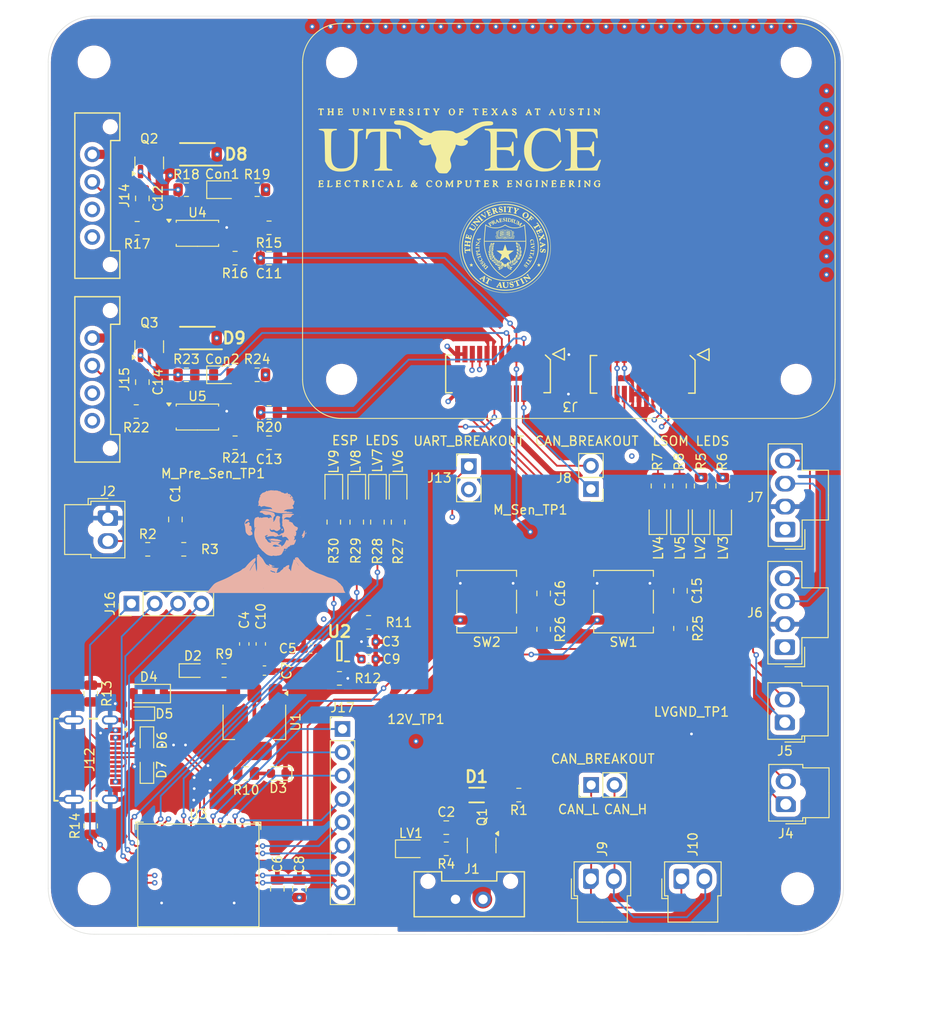
<source format=kicad_pcb>
(kicad_pcb (version 20241229) (generator "pcbnew") (generator_version "9.0")
  (layers (0 "F.Cu" signal) (4 "In1.Cu" signal) (6 "In2.Cu" signal) (2 "B.Cu" signal) (13 "F.Paste" user) (15 "B.Paste" user) (5 "F.SilkS" user "F.Silkscreen") (7 "B.SilkS" user "B.Silkscreen") (1 "F.Mask" user) (3 "B.Mask" user) (25 "Edge.Cuts" user))
  (net 0 "")
  (net 1 "/LV+")
  (net 2 "GND")
  (net 3 "/ESP/RESET")
  (net 4 "/ESP/BOOT")
  (net 5 "/ESP/3V3")
  (net 6 "/ESP/5V_USB")
  (net 7 "/ESP/3V3_USB")
  (net 8 "/3V3_LSOM")
  (net 9 "/Precharge_Ready")
  (net 10 "/ContactorDriver/M_PreCon-")
  (net 11 "Net-(Con1-A)")
  (net 12 "/ContactorDriver/MCon-")
  (net 13 "Net-(D1-A)")
  (net 14 "/ESP/VBUSB")
  (net 15 "/ESP/USB_D-")
  (net 16 "/ESP/USB_D+")
  (net 17 "/ESP/CC1")
  (net 18 "/ESP/CC2")
  (net 19 "/LED4")
  (net 20 "/VPrecharge-")
  (net 21 "/M_CAN_L")
  (net 22 "/C_CAN_H")
  (net 23 "/M_Enable")
  (net 24 "/VPrecharge+")
  (net 25 "/LED3")
  (net 26 "/ESP_RX")
  (net 27 "/MPre_Enable")
  (net 28 "/C_CAN_L")
  (net 29 "/ESP_TX")
  (net 30 "/LED1")
  (net 31 "/ISO_ADC_CLK")
  (net 32 "/LED2")
  (net 33 "/M_CAN_H")
  (net 34 "+12V")
  (net 35 "/ESP/IO4")
  (net 36 "/ESP/IO1")
  (net 37 "/ESP/IO2")
  (net 38 "/ESP/IO3")
  (net 39 "Net-(LV1-A)")
  (net 40 "Net-(LV2-A)")
  (net 41 "Net-(LV3-A)")
  (net 42 "Net-(LV4-A)")
  (net 43 "Net-(LV5-A)")
  (net 44 "Net-(LV6-A)")
  (net 45 "Net-(LV7-A)")
  (net 46 "Net-(LV8-A)")
  (net 47 "Net-(LV9-A)")
  (net 48 "/ESP/Buttons_LEDs_IO/3V3")
  (net 49 "/ESP/LED1")
  (net 50 "/ESP/LED2")
  (net 51 "/ESP/LED3")
  (net 52 "/ESP/LED4")
  (net 53 "/M_Sense")
  (net 54 "Net-(J14-Pin_2)")
  (net 55 "/MPre_Sense")
  (net 56 "Net-(J15-Pin_2)")
  (net 57 "Net-(Con2-A)")
  (net 58 "Net-(D2-A)")
  (net 59 "Net-(D3-A)")
  (net 60 "Net-(J2-Pin_2)")
  (net 66 "Net-(U2-!ON)")
  (net 67 "Net-(U2-ST)")
  (net 68 "Net-(R16-Pad2)")
  (net 69 "Net-(R17-Pad2)")
  (net 70 "Net-(R21-Pad2)")
  (net 71 "Net-(R22-Pad2)")
  (net 73 "/ESP/IO5")
  (net 77 "/ESP/IO8")
  (net 78 "/ESP/IO6")
  (net 81 "/ESP/IO7")
  (net 84 "/ESP/IO9")
  (net 85 "/ESP/IO10")
  (net 86 "/ESP/IO12")
  (net 87 "/ESP/IO11")
  (footprint "Resistor_SMD:R_0805_2012Metric" (layer "F.Cu") (at 152.6 132.5 180)
    (property "Reference" "R4")
    (property "Value" "2k")
  )
  (footprint "LED_SMD:LED_0805_2012Metric" (layer "F.Cu") (at 175.649 96.601 90)
    (property "Reference" "LV4")
    (property "Value" "LED")
  )
  (footprint "USBC:GCT_USB4215-03-A_REVA" (layer "F.Cu") (at 112 122.8 -90)
    (property "Reference" "J12")
    (property "Value" "USB_C_Receptacle_USB2.0_16P")
  )
  (footprint "utsvt_conn:Molex_MicroFit3.0_1x4xP3.00mm_PolarizingPeg_Vertical" (layer "F.Cu") (at 114.049 56.901 -90)
    (property "Reference" "J14")
    (property "Value" "Conn_01x04")
  )
  (footprint "Connector_Molex:Molex_Nano-Fit_105309-xx02_1x02_P2.50mm_Vertical" (layer "F.Cu") (at 168.35 135.77 90)
    (property "Reference" "J9")
    (property "Value" "CAR_CAN_IN")
  )
  (footprint "Active-PrechargeLib:SODFL4724X108N" (layer "F.Cu") (at 125.5 76.9 180)
    (property "Reference" "D9")
    (property "Value" "D" (hide yes))
  )
  (footprint "Resistor_SMD:R_0805_2012Metric" (layer "F.Cu") (at 124.3 60.75)
    (property "Reference" "R18")
    (property "Value" "10k")
  )
  (footprint "utsvt_conn:Molex_MicroFit3.0_1x4xP3.00mm_PolarizingPeg_Vertical" (layer "F.Cu") (at 114.049 76.901 -90)
    (property "Reference" "J15")
    (property "Value" "Conn_01x04")
  )
  (footprint "Resistor_SMD:R_0805_2012Metric" (layer "F.Cu") (at 124.3 80.9)
    (property "Reference" "R23")
    (property "Value" "10k")
  )
  (footprint "Resistor_SMD:R_0805_2012Metric" (layer "F.Cu") (at 118.9375 64.95)
    (property "Reference" "R17")
    (property "Value" "2k")
  )
  (footprint "UTSVT_Special:SW_SPST_B3SL-1002P" (layer "F.Cu") (at 171.9 105.6)
    (property "Reference" "SW1")
    (property "Value" "RESET" (hide yes))
  )
  (footprint "Resistor_SMD:R_0805_2012Metric" (layer "F.Cu") (at 133.3 85)
    (property "Reference" "R20")
    (property "Value" "10k")
  )
  (footprint "Connector_PinHeader_2.54mm:PinHeader_1x04_P2.54mm_Vertical" (layer "F.Cu") (at 118.31 105.8 90)
    (property "Reference" "J16")
    (property "Value" "Conn_01x04")
  )
  (footprint "Resistor_SMD:R_0805_2012Metric" (layer "F.Cu") (at 124.0125 99.9)
    (property "Reference" "R3")
    (property "Value" "10k")
  )
  (footprint "UTSVT_Special:SW_SPST_B3SL-1002P" (layer "F.Cu") (at 157.001 105.599)
    (property "Reference" "SW2")
    (property "Value" "BOOT" (hide yes))
  )
  (footprint "Connector_PinHeader_2.54mm:PinHeader_1x02_P2.54mm_Vertical" (layer "F.Cu") (at 155.05 90.85)
    (property "Reference" "J13")
    (property "Value" "UART_Breakout")
  )
  (footprint "Connector_Molex:Molex_Nano-Fit_105309-xx02_1x02_P2.50mm_Vertical" (layer "F.Cu") (at 115.75 96.5)
    (property "Reference" "J2")
    (property "Value" "Precharge_Ready")
  )
  (footprint "utsvt_conn:Molex_MicroFit3.0_1x2xP3.00mm_PolarizingPeg_Vertical" (layer "F.Cu") (at 153.6 138)
    (property "Reference" "J1")
    (property "Value" "Conn_01x02")
  )
  (footprint "LOGO" (layer "F.Cu") (at 154 56)
    (property "Reference" "G***" (hide yes))
    (property "Value" "LOGO" (hide yes))
  )
  (footprint "Capacitor_SMD:C_0805_2012Metric" (layer "F.Cu") (at 178.1 104.4125 90)
    (property "Reference" "C15")
    (property "Value" "0.1u")
  )
  (footprint "Package_SO:SOP-4_4.4x2.6mm_P1.27mm" (layer "F.Cu") (at 125.5 65.5)
    (property "Reference" "U4")
    (property "Value" "TCMT1106")
  )
  (footprint "Package_SO:SOP-4_4.4x2.6mm_P1.27mm" (layer "F.Cu") (at 125.5 85.5)
    (property "Reference" "U5")
    (property "Value" "TCMT1106")
  )
  (footprint "MountingHole:MountingHole_3.2mm_M3" (layer "F.Cu") (at 114.249 46.851)
    (property "Reference" "H1" (hide yes))
    (property "Value" "MountingHole" (hide yes))
  )
  (footprint "Resistor_SMD:R_0805_2012Metric" (layer "F.Cu") (at 132 80.9)
    (property "Reference" "R24")
    (property "Value" "2k")
  )
  (footprint "Connector_PinHeader_2.54mm:PinHeader_1x08_P2.54mm_Vertical" (layer "F.Cu") (at 141.3 119.46)
    (property "Reference" "J17")
    (property "Value" "Conn_01x08")
  )
  (footprint "Diode_SMD:D_0603_1608Metric" (layer "F.Cu") (at 120 123.8875 90)
    (property "Reference" "D7")
    (property "Value" "TVS")
  )
  (footprint "Package_TO_SOT_SMD:SOT-23-3" (layer "F.Cu") (at 156.45 132.1375 -90)
    (property "Reference" "Q1")
    (property "Value" "Q_PMOS_GDS")
  )
  (footprint "Package_TO_SOT_SMD:SOT-223-3_TabPin2" (layer "F.Cu") (at 131.7 118.7 -90)
    (property "Reference" "U1")
    (property "Value" "TLV1117LV33DCYR")
  )
  (footprint "Resistor_SMD:R_0805_2012Metric" (layer "F.Cu") (at 140.35 96.9375 90)
    (property "Reference" "R30")
    (property "Value" "1k")
  )
  (footprint "LED_SMD:LED_0805_2012Metric" (layer "F.Cu") (at 180.35 96.601 90)
    (property "Reference" "LV2")
    (property "Value" "LED")
  )
  (footprint "Connector_Molex:Molex_Nano-Fit_105309-xx02_1x02_P2.50mm_Vertical" (layer "F.Cu") (at 189.57 127.65 180)
    (property "Reference" "J4")
    (property "Value" "Precharge+_Conn")
  )
  (footprint "Active-PrechargeLib:BZT52B12QX" (layer "F.Cu") (at 155.9 126.65)
    (property "Reference" "D1")
    (property "Value" "BZT52-B12-QX" (hide yes))
  )
  (footprint "LOGO" (layer "F.Cu") (at 159 67)
    (property "Reference" "G***" (hide yes))
    (property "Value" "LOGO" (hide yes))
  )
  (footprint "UTSVT_Special:TestPoint_HEX_3mmID" (layer "F.Cu") (at 127.2 94.2)
    (property "Reference" "M_Pre_Sen_TP1")
    (property "Value" "TestPoint")
  )
  (footprint "UTSVT_Special:TestPoint_HEX_3mmID" (layer "F.Cu") (at 179.3 120)
    (property "Reference" "LVGND_TP1")
    (property "Value" "TestPoint")
  )
  (footprint "LED_SMD:LED_0805_2012Metric" (layer "F.Cu") (at 178 96.601 90)
    (property "Reference" "LV5")
    (property "Value" "LED")
  )
  (footprint "UTSVT_Special:TestPoint_HEX_3mmID" (layer "F.Cu") (at 149.3 120.8)
    (property "Reference" "12V_TP1")
    (property "Value" "TestPoint")
  )
  (footprint "Resistor_SMD:R_0805_2012Metric" (layer "F.Cu") (at 130.8 124.3)
    (property "Reference" "R10")
    (property "Value" "1k")
  )
  (footprint "UTSVT_Special:TestPoint_HEX_3mmID" (layer "F.Cu") (at 161.75 98)
    (property "Reference" "M_Sen_TP1")
    (property "Value" "TestPoint")
  )
  (footprint "Capacitor_SMD:C_0603_1608Metric" (layer "F.Cu") (at 144.1375 109.95)
    (property "Reference" "C3")
    (property "Value" "1u")
  )
  (footprint "Connector_PinHeader_2.54mm:PinHeader_1x02_P2.54mm_Vertical" (layer "F.Cu") (at 168.35 93.34 180)
    (property "Reference" "J8")
    (property "Value" "MOTOR_CAN_Breakout" (hide yes))
  )
  (footprint "Connector_Molex:Molex_Nano-Fit_105309-xx04_1x04_P2.50mm_Vertical" (layer "F.Cu") (at 189.5 97.75 180)
    (property "Reference" "J7")
    (property "Value" "MOTOR_CAN_OUT")
  )
  (footprint "Resistor_SMD:R_0805_2012Metric" (layer "F.Cu") (at 128.4 113.1 180)
    (property "Reference" "R9")
    (property "Value" "1k")
  )
  (footprint "Capacitor_SMD:C_0805_2012Metric" (layer "F.Cu") (at 119.5 81.7 -90)
    (property "Reference" "C14")
    (property "Value" "0.1u")
  )
  (footprint "Resistor_SMD:R_0805_2012Metric" (layer "F.Cu") (at 175.65 93 -90)
    (property "Reference" "R7")
    (property "Value" "1k")
  )
  (footprint "Capacitor_SMD:C_0805_2012Metric" (layer "F.Cu") (at 152.6 130.2 180)
    (property "Reference" "C2")
    (property "Value" "10u")
  )
  (footprint "Capacitor_SMD:C_0805_2012Metric" (layer "F.Cu") (at 133.3 68.2 180)
    (property "Reference" "C11")
    (property "Value" "1u")
  )
  (footprint "Connector_PinHeader_2.54mm:PinHeader_1x02_P2.54mm_Vertical" (layer "F.Cu") (at 168.375 125.55 90)
    (property "Reference" "J11" (hide yes))
    (property "Value" "CAR_CAN_Breakout")
  )
  (footprint "Resistor_SMD:R_0805_2012Metric" (layer "F.Cu") (at 163.201 108.599 90)
    (property "Reference" "R26")
    (property "Value" "10k")
  )
  (footprint "Resistor_SMD:R_0805_2012Metric" (layer "F.Cu") (at 113.875 115.6 90)
    (property "Reference" "R13")
    (property "Value" "5.1k")
  )
  (footprint "Active-PrechargeLib:SODFL4724X108N" (layer "F.Cu") (at 125.5 56.9 180)
    (property "Reference" "D8")
    (property "Value" "D" (hide yes))
  )
  (footprint "Capacitor_SMD:C_0805_2012Metric" (layer "F.Cu") (at 163.201 104.699 90)
    (property "Reference" "C16")
    (property "Value" "0.1u")
  )
  (footprint "LED_SMD:LED_0805_2012Metric" (layer "F.Cu") (at 142.85 93.4375 -90)
    (property "Reference" "LV8")
    (property "Value" "LED")
  )
  (footprint "Resistor_SMD:R_0805_2012Metric" (layer "F.Cu") (at 180.35 93 -90)
    (property "Reference" "R5")
    (property "Value" "1k")
  )
  (footprint "Resistor_SMD:R_0805_2012Metric" (layer "F.Cu") (at 133.3 64.9)
    (property "Reference" "R15")
    (property "Value" "10k")
  )
  (footprint "Capacitor_SMD:C_0603_1608Metric" (layer "F.Cu") (at 144.1375 111.85)
    (property "Reference" "C9")
    (property "Value" "0.1u")
  )
  (footprint "Capacitor_SMD:C_0805_2012Metric" (layer "F.Cu") (at 133.3 88.3 180)
    (property "Reference" "C13")
    (property "Value" "1u")
  )
  (footprint "Resistor_SMD:R_0805_2012Metric" (layer "F.Cu") (at 113.875 130.0125 -90)
    (property "Reference" "R14")
    (property "Value" "5.1k")
  )
  (footprint "LED_SMD:LED_0805_2012Metric" (layer "F.Cu") (at 147.35 93.4375 -90)
    (property "Reference" "LV6")
    (property "Value" "LED")
  )
  (footprint "LED_SMD:LED_0805_2012Metric" (layer "F.Cu") (at 145.1 93.4375 -90)
    (property "Reference" "LV7")
    (property "Value" "LED")
  )
  (footprint "Resistor_SMD:R_0805_2012Metric" (layer "F.Cu") (at 132 60.75)
    (property "Reference" "R19")
    (property "Value" "2k")
  )
  (footprint "Resistor_SMD:R_0805_2012Metric" (layer "F.Cu") (at 178.1 108.5125 90)
    (property "Reference" "R25")
    (property "Value" "10k")
  )
  (footprint "LED_SMD:LED_0603_1608Metric" (layer "F.Cu") (at 134.3 124.3 180)
    (property "Reference" "D3")
    (property "Value" "PWR")
  )
  (footprint "LED_SMD:LED_0805_2012Metric" (layer "F.Cu") (at 182.7 96.626 90)
    (property "Reference" "LV3")
    (property "Value" "LED")
  )
  (footprint "Diode_SMD:D_0603_1608Metric" (layer "F.Cu") (at 119.35 117.8 180)
    (property "Reference" "D5")
    (property "Value" "TVS")
  )
  (footprint "Resistor_SMD:R_0805_2012Metric" (layer "F.Cu") (at 120.0875 99.9)
    (property "Reference" "R2")
    (property "Value" "100")
  )
  (footprint "Capacitor_SMD:C_0805_2012Metric" (layer "F.Cu") (at 136.6 136.85 90)
    (property "Reference" "C8")
    (property "Value" "10u")
  )
  (footprint "Resistor_SMD:R_0805_2012Metric" (layer "F.Cu") (at 142.85 96.9375 90)
    (property "Reference" "R29")
    (property "Value" "1k")
  )
  (footprint "Connector_Molex:Molex_Nano-Fit_105309-xx04_1x04_P2.50mm_Vertical" (layer "F.Cu") (at 189.47 110.55 180)
    (property "Reference" "J6")
    (property "Value" "MOTOR_CAN_IN")
  )
  (footprint "Package_TO_SOT_SMD:SOT-23" (layer "F.Cu") (at 120.25 57.8375 90)
    (property "Reference" "Q2")
    (property "Value" "IRLML0030")
  )
  (footprint "LED_SMD:LED_0603_1608Metric" (layer "F.Cu") (at 125 113.1)
    (property "Reference" "D2")
    (property "Value" "PWR")
  )
  (footprint "Resistor_SMD:R_0805_2012Metric" (layer "F.Cu") (at 160.5 126.65 180)
    (property "Reference" "R1")
    (property "Value" "49.9k")
  )
  (footprint "Resistor_SMD:R_0805_2012Metric" (layer "F.Cu") (at 182.7 93 -90)
    (property "Reference" "R6")
    (property "Value" "1k")
  )
  (footprint "Connector_Molex:Molex_Nano-Fit_105309-xx02_1x02_P2.50mm_Vertical" (layer "F.Cu") (at 178.2 135.77 90)
    (property "Reference" "J10")
    (property "Value" "CAR_CAN_OUT")
  )
  (footprint "Capacitor_SMD:C_0603_1608Metric" (layer "F.Cu") (at 132.8 113.1)
    (property "Reference" "C7")
    (property "Value" "1u")
  )
  (footprint "Resistor_SMD:R_0805_2012Metric" (layer "F.Cu") (at 178 93 -90)
    (property "Reference" "R8")
    (property "Value" "1k")
  )
  (footprint "Diode_SMD:D_SOD-123" (layer "F.Cu") (at 120.2 115.6 180)
    (property "Reference" "D4")
    (property "Value" "1N5819HW-7-F" (hide yes))
  )
  (footprint "Capacitor_SMD:C_0603_1608Metric" (layer "F.Cu") (at 130.6 110.2 90)
    (property "Reference" "C4")
    (property "Value" "1u")
  )
  (footprint "LM66200:SOTFL50P160X60-8N" (layer "F.Cu") (at 140.962 110.95 180)
    (property "Reference" "U2")
    (property "Value" "~" (hide yes))
  )
  (footprint "LED_SMD:LED_0805_2012Metric" (layer "F.Cu") (at 140.35 93.4375 -90)
    (property "Reference" "LV9")
    (property "Value" "LED")
  )
  (footprint "Connector_Molex:Molex_Nano-Fit_105309-xx02_1x02_P2.50mm_Vertical" (layer "F.Cu") (at 189.47 118.749977 180)
    (property "Reference" "J5")
    (property "Value" "Precharge-_Conn")
  )
  (footprint "Resistor_SMD:R_0805_2012Metric" (layer "F.Cu") (at 118.8375 84.9)
    (property "Reference" "R22")
    (property "Value" "2k")
  )
  (footprint "Resistor_SMD:R_0805_2012Metric" (layer "F.Cu") (at 145.1 96.9375 90)
    (property "Reference" "R28")
    (property "Value" "1k")
  )
  (footprint "Capacitor_SMD:C_0805_2012Metric" (layer "F.Cu") (at 119.5 61.7 -90)
    (property "Reference" "C12")
    (property "Value" "0.1u")
  )
  (footprint "Package_TO_SOT_SMD:SOT-23" (layer "F.Cu") (at 120.25 77.8375 90)
    (property "Reference" "Q3")
    (property "Value" "IRLML0030")
  )
  (footprint "Capacitor_SMD:C_0805_2012Metric" (layer "F.Cu") (at 123.1 96.65 90)
    (property "Reference" "C1")
    (property "Value" "1u")
  )
  (footprint "ESP32-C6-MINI-1:ESP32-C6-MINI-1" (layer "F.Cu") (at 125.6 138.1 180)
    (property "Reference" "U3")
    (property "Value" "ESP32-C6-MINI-1/U")
  )
  (footprint "Capacitor_SMD:C_0603_1608Metric" (layer "F.Cu") (at 132.4 110.2 90)
    (property "Reference" "C10")
    (property "Value" "10u")
  )
  (footprint "LED_SMD:LED_0805_2012Metric" (layer "F.Cu") (at 128.2 60.75)
    (property "Reference" "Con1")
    (property "Value" "LED")
  )
  (footprint "Resistor_SMD:R_0805_2012Metric" (layer "F.Cu") (at 147.35 96.9375 90)
    (property "Reference" "R27")
    (property "Value" "1k")
  )
  (footprint "Resistor_SMD:R_0805_2012Metric" (layer "F.Cu") (at 129.6 88.3 180)
    (property "Reference" "R21")
    (property "Value" "100")
  )
  (footprint "LED_SMD:LED_0805_2012Metric" (layer "F.Cu") (at 128.2 80.9)
    (property "Reference" "Con2")
    (property "Value" "LED")
  )
  (footprint "Resistor_SMD:R_0805_2012Metric" (layer "F.Cu") (at 129.6 68.2 180)
    (property "Reference" "R16")
    (property "Value" "100")
  )
  (footprint "Diode_SMD:D_0603_1608Metric" (layer "F.Cu") (at 120 120.7125 -90)
    (property "Reference" "D6")
    (property "Value" "TVS")
  )
  (footprint "UTSVT_Special:LeaderSOM" (layer "F.Cu") (at 166.109079 86.850999 180)
    (property "Reference" "J3")
    (property "Value" "~")
  )
  (footprint "LED_SMD:LED_0805_2012Metric" (layer "F.Cu") (at 148.75 132.5)
    (property "Reference" "LV1")
    (property "Value" "LED")
  )
  (footprint "Resistor_SMD:R_0805_2012Metric" (layer "F.Cu") (at 144.1375 107.85)
    (property "Reference" "R11")
    (property "Value" "10k")
  )
  (footprint "Capacitor_SMD:C_0603_1608Metric" (layer "F.Cu") (at 137.8375 110.7 180)
    (property "Reference" "C5")
    (property "Value" "1u")
  )
  (footprint "MountingHole:MountingHole_3.2mm_M3" (layer "F.Cu") (at 114.249 136.851)
    (property "Reference" "H3" (hide yes))
    (property "Value" "MountingHole" (hide yes))
  )
  (footprint "Capacitor_SMD:C_0805_2012Metric" (layer "F.Cu") (at 134.2 136.85 90)
    (property "Reference" "C6")
    (property "Value" "0.1u")
  )
  (footprint "Resistor_SMD:R_0805_2012Metric" (layer "F.Cu") (at 140.9625 113.95 180)
    (property "Reference" "R12")
    (property "Value" "1k")
  )
  (footprint "MountingHole:MountingHole_3.2mm_M3" (layer "F.Cu") (at 190.849 136.851)
    (property "Reference" "H2" (hide yes))
    (property "Value" "MountingHole" (hide yes))
  )
  (footprint "LOGO" (layer "B.Cu") (at 134.100001 98.045084 180)
    (property "Reference" "G***" (hide yes))
    (property "Value" "LOGO" (hide yes))
  )
  (gr_line (start 109.25 136.8) (end 109.249 46.851) (stroke (width 0.05)) (layer "Edge.Cuts"))
  (gr_line (start 190.85 141.85) (end 114.25 141.8) (stroke (width 0.05)) (layer "Edge.Cuts"))
  (gr_arc (start 114.25 141.8) (mid 110.714466 140.335534) (end 109.25 136.8) (stroke (width 0.05)) (layer "Edge.Cuts"))
  (gr_arc (start 109.249 46.851) (mid 110.713466 43.315466) (end 114.249 41.851) (stroke (width 0.05)) (layer "Edge.Cuts"))
  (gr_arc (start 190.849 41.851) (mid 194.384534 43.315466) (end 195.849 46.851) (stroke (width 0.05)) (layer "Edge.Cuts"))
  (gr_line (start 114.249 41.851) (end 190.849 41.851) (stroke (width 0.05)) (layer "Edge.Cuts"))
  (gr_line (start 195.849 46.851) (end 195.85 136.85) (stroke (width 0.05)) (layer "Edge.Cuts"))
  (gr_arc (start 195.85 136.85) (mid 194.385534 140.385534) (end 190.85 141.85) (stroke (width 0.05)) (layer "Edge.Cuts"))
  (gr_text "CAN_BREAKOUT" (at 163.9 123.3 0) (layer "F.SilkS") (effects (font (size 1 1)) (justify left bottom)))
  (gr_text "LSOM LEDS" (at 174.95 88.701 0) (layer "F.SilkS") (effects (font (size 1 1)) (justify left bottom)))
  (gr_text "ESP LEDS" (at 140.05 88.6375 0) (layer "F.SilkS") (effects (font (size 1 1)) (justify left bottom)))
  (gr_text "CAN_BREAKOUT" (at 162.15 88.7 0) (layer "F.SilkS") (effects (font (size 1 1)) (justify left bottom)))
  (gr_text "CAN_H" (at 169.665 128.8 0) (layer "F.SilkS") (effects (font (size 1 1)) (justify left bottom)))
  (gr_text "UART_BREAKOUT" (at 148.925 88.7 0) (layer "F.SilkS") (effects (font (size 1 1)) (justify left bottom)))
  (gr_text "CAN_L" (at 164.665 128.8 0) (layer "F.SilkS") (effects (font (size 1 1)) (justify left bottom)))
  (segment (start 152.7 77.8) (end 153.550998 78.650998) (width 0.4) (layer "F.Cu") (net 1))
  (segment (start 154.635092 82.951) (end 153.835091 82.951) (width 0.4) (layer "F.Cu") (net 1))
  (segment (start 154.265 126.65) (end 154.265 129.485) (width 1) (layer "F.Cu") (net 1))
  (segment (start 152.8 83.8) (end 153.649 82.951) (width 0.4) (layer "F.Cu") (net 1))
  (segment (start 154.635092 78.650998) (end 153.835091 78.650998) (width 0.4) (layer "F.Cu") (net 1))
  (segment (start 155.0125 131) (end 155.5 131) (width 0.2) (layer "F.Cu") (net 1))
  (segment (start 154.265 129.485) (end 153.55 130.2) (width 1) (layer "F.Cu") (net 1))
  (segment (start 154.7 130.2) (end 153.55 130.2) (width 2) (layer "F.Cu") (net 1))
  (segment (start 154.265 125.765) (end 154.265 126.65) (width 0.2) (layer "F.Cu") (net 1))
  (segment (start 153.5125 132.5) (end 155.0125 131) (width 0.2) (layer "F.Cu") (net 1))
  (segment (start 153.649 82.951) (end 153.835091 82.951) (width 0.4) (layer "F.Cu") (net 1))
  (segment (start 153.550998 78.650998) (end 153.835091 78.650998) (width 0.4) (layer "F.Cu") (net 1))
  (segment (start 149.3 120.8) (end 154.265 125.765) (width 0.2) (layer "F.Cu") (net 1))
  (segment (start 155.5 131) (end 154.7 130.2) (width 2) (layer "F.Cu") (net 1))
  (via (at 127.6 76.9) (size 0.6) (drill 0.3) (layers "F.Cu" "B.Cu") (net 1))
  (via (at 152.7 77.8) (size 0.6) (drill 0.3) (layers "F.Cu" "B.Cu") (net 1))
  (via (at 132.9875 60.75) (size 0.6) (drill 0.3) (layers "F.Cu" "B.Cu") (net 1))
  (via (at 149.3 120.8) (size 0.6) (drill 0.3) (layers "F.Cu" "B.Cu") (net 1))
  (via (at 127.65 56.9) (size 0.6) (drill 0.3) (layers "F.Cu" "B.Cu") (net 1))
  (via (at 152.8 83.8) (size 0.6) (drill 0.3) (layers "F.Cu" "B.Cu") (net 1))
  (via (at 132.9125 80.9) (size 0.6) (drill 0.3) (layers "F.Cu" "B.Cu") (net 1))
  (segment (start 141.8 111.7) (end 141.25 111.7) (width 0.2) (layer "F.Cu") (net 2))
  (segment (start 141.8 111.7) (end 141.8 112.1) (width 0.2) (layer "F.Cu") (net 2))
  (segment (start 128.8 132.2) (end 127.575 133.425) (width 0.2) (layer "F.Cu") (net 2))
  (segment (start 141.25 111.7) (end 141 111.95) (width 0.2) (layer "F.Cu") (net 2))
  (segment (start 128.8 130.5) (end 128.8 132.2) (width 0.2) (layer "F.Cu") (net 2))
  (segment (start 140.124 110.2) (end 140.124 109.724) (width 0.2) (layer "F.Cu") (net 2))
  (segment (start 131.55 131.35) (end 131.5 131.4) (width 0.2) (layer "F.Cu") (net 2))
  (segment (start 131.55 130.45) (end 131.55 131.35) (width 0.2) (layer "F.Cu") (net 2))
  (via (at 121.65 121.2) (size 0.6) (drill 0.3) (layers "F.Cu" "B.Cu") (net 2))
  (via (at 126.9 125) (size 0.6) (drill 0.3) (layers "F.Cu" "B.Cu") (net 2))
  (via (at 194 66) (size 0.6) (drill 0.3) (layers "F.Cu" "B.Cu") (net 2))
  (via (at 150 43) (size 0.6) (drill 0.3) (layers "F.Cu" "B.Cu") (net 2))
  (via (at 194 60) (size 0.6) (drill 0.3) (layers "F.Cu" "B.Cu") (net 2))
  (via (at 176 43) (size 0.6) (drill 0.3) (layers "F.Cu" "B.Cu") (net 2))
  (via (at 194 62) (size 0.6) (drill 0.3) (layers "F.Cu" "B.Cu") (net 2))
  (via (at 168 43) (size 0.6) (drill 0.3) (layers "F.Cu" "B.Cu") (net 2))
  (via (at 164 43) (size 0.6) (drill 0.3) (layers "F.Cu" "B.Cu") (net 2))
  (via (at 182 43) (size 0.6) (drill 0.3) (layers "F.Cu" "B.Cu") (net 2))
  (via (at 170 43) (size 0.6) (drill 0.3) (layers "F.Cu" "B.Cu") (net 2))
  (via (at 194 56) (size 0.6) (drill 0.3) (layers "F.Cu" "B.Cu") (net 2))
  (via (at 152 43) (size 0.6) (drill 0.3) (layers "F.Cu" "B.Cu") (net 2))
  (via (at 194 58) (size 0.6) (drill 0.3) (layers "F.Cu" "B.Cu") (net 2))
  (via (at 144.9125 109.95) (size 0.6) (drill 0.3) (layers "F.Cu" "B.Cu") (net 2))
  (via (at 169.025 103.6) (size 0.6) (drill 0.3) (layers "F.Cu" "B.Cu") (net 2))
  (via (at 124.2 121.2) (size 0.6) (drill 0.3) (layers "F.Cu" "B.Cu") (net 2))
  (via (at 166 43) (size 0.6) (drill 0.3) (layers "F.Cu" "B.Cu") (net 2))
  (via (at 144 43) (size 0.6) (drill 0.3) (layers "F.Cu" "B.Cu") (net 2))
  (via (at 116.55 116.7) (size 0.6) (drill 0.3) (layers "F.Cu" "B.Cu") (net 2))
  (via (at 178 43) (size 0.6) (drill 0.3) (layers "F.Cu" "B.Cu") (net 2))
  (via (at 125.1 127.2) (size 0.6) (drill 0.3) (layers "F.Cu" "B.Cu") (net 2))
  (via (at 194 54) (size 0.6) (drill 0.3) (layers "F.Cu" "B.Cu") (net 2))
  (via (at 126.65 123.45) (size 0.6) (drill 0.3) (layers "F.Cu" "B.Cu") (net 2))
  (via (at 144.9125 111.85) (size 0.6) (drill 0.3) (layers "F.Cu" "B.Cu") (net 2))
  (via (at 126.85 126.2) (size 0.6) (drill 0.3) (layers "F.Cu" "B.Cu") (net 2))
  (via (at 156 43) (size 0.6) (drill 0.3) (layers "F.Cu" "B.Cu") (net 2))
  (via (at 184 43) (size 0.6) (drill 0.3) (layers "F.Cu" "B.Cu") (net 2))
  (via (at 118.65 123.55) (size 0.6) (drill 0.3) (layers "F.Cu" "B.Cu") (net 2))
  (via (at 116.575 119.6) (size 0.6) (drill 0.3) (layers "F.Cu" "B.Cu") (net 2))
  (via (at 138 43) (size 0.6) (drill 0.3) (layers "F.Cu" "B.Cu") (net 2))
  (via (at 174 43) (size 0.6) (drill 0.3) (layers "F.Cu" "B.Cu") (net 2))
  (via (at 162 43) (size 0.6) (drill 0.3) (layers "F.Cu" "B.Cu") (net 2))
  (via (at 121.65 123.4) (size 0.6) (drill 0.3) (layers "F.Cu" "B.Cu") (net 2))
  (via (at 114.95 119.9) (size 0.6) (drill 0.3) (layers "F.Cu" "B.Cu") (net 2))
  (via (at 154 43) (size 0.6) (drill 0.3) (layers "F.Cu" "B.Cu") (net 2))
  (via (at 129.5 138.4) (size 0.5) (drill 0.3) (layers "F.Cu" "B.Cu") (net 2))
  (via (at 188 43) (size 0.6) (drill 0.3) (layers "F.Cu" "B.Cu") (net 2))
  (via (at 158 43) (size 0.6) (drill 0.3) (layers "F.Cu" "B.Cu") (net 2))
  (via (at 146 43) (size 0.6) (drill 0.3) (layers "F.Cu" "B.Cu") (net 2))
  (via (at 142 43) (size 0.6) (drill 0.3) (layers "F.Cu" "B.Cu") (net 2))
  (via (at 122.55 59.2) (size 0.6) (drill 0.3) (layers "F.Cu" "B.Cu") (net 2))
  (via (at 180 43) (size 0.6) (drill 0.3) (layers "F.Cu" "B.Cu") (net 2))
  (via (at 194 70) (size 0.6) (drill 0.3) (layers "F.Cu" "B.Cu") (net 2))
  (via (at 194 50) (size 0.6) (drill 0.3) (layers "F.Cu" "B.Cu") (net 2))
  (via (at 186 43) (size 0.6) (drill 0.3) (layers "F.Cu" "B.Cu") (net 2))
  (via (at 140 43) (size 0.6) (drill 0.3) (layers "F.Cu" "B.Cu") (net 2))
  (via (at 125.15 124.75) (size 0.6) (drill 0.3) (layers "F.Cu" "B.Cu") (net 2))
  (via (at 194 52) (size 0.6) (drill 0.3) (layers "F.Cu" "B.Cu") (net 2))
  (via (at 121.6 138.4) (size 0.5) (drill 0.3) (layers "F.Cu" "B.Cu") (net 2))
  (via (at 122.9 121.2) (size 0.6) (drill 0.3) (layers "F.Cu" "B.Cu") (net 2))
  (via (at 174.775 103.6) (size 0.6) (drill 0.3) (layers "F.Cu" "B.Cu") (net 2))
  (via (at 125.15 125.95) (size 0.6) (drill 0.3) (layers "F.Cu" "B.Cu") (net 2))
  (via (at 154.126 103.599) (size 0.6) (drill 0.3) (layers "F.Cu" "B.Cu") (net 2))
  (via (at 172 43) (size 0.6) (drill 0.3) (layers "F.Cu" "B.Cu") (net 2))
  (via (at 194 68) (size 0.6) (drill 0.3) (layers "F.Cu" "B.Cu") (net 2))
  (via (at 194 64) (size 0.6) (drill 0.3) (layers "F.Cu" "B.Cu") (net 2))
  (via (at 160 43) (size 0.6) (drill 0.3) (layers "F.Cu" "B.Cu") (net 2))
  (via (at 190 43) (size 0.6) (drill 0.3) (layers "F.Cu" "B.Cu") (net 2))
  (via (at 159.876 103.599) (size 0.6) (drill 0.3) (layers "F.Cu" "B.Cu") (net 2))
  (via (at 118.65 121.05) (size 0.6) (drill 0.3) (layers "F.Cu" "B.Cu") (net 2))
  (via (at 148 43) (size 0.6) (drill 0.3) (layers "F.Cu" "B.Cu") (net 2))
  (via (at 179.3 120) (size 0.6) (drill 0.3) (layers "F.Cu" "B.Cu") (net 2))
  (segment (start 140.4 116.25) (end 147.55 116.25) (width 0.2) (layer "F.Cu") (net 3))
  (segment (start 152.45 111.35) (end 161.85 111.35) (width 0.2) (layer "F.Cu") (net 3))
  (segment (start 135.05 133.4) (end 137.5 130.95) (width 0.2) (layer "F.Cu") (net 3))
  (segment (start 147.55 116.25) (end 152.45 111.35) (width 0.2) (layer "F.Cu") (net 3))
  (segment (start 137.5 119.15) (end 140.4 116.25) (width 0.2) (layer "F.Cu") (net 3))
  (segment (start 178.1 107.6) (end 178.1 105.3625) (width 0.2) (layer "F.Cu") (net 3))
  (segment (start 137.5 130.95) (end 137.5 119.15) (width 0.2) (layer "F.Cu") (net 3))
  (segment (start 131.5 133.8) (end 132.6 133.8) (width 0.2) (layer "F.Cu") (net 3))
  (segment (start 135.05 133.45) (end 135.05 133.4) (width 0.2) (layer "F.Cu") (net 3))
  (segment (start 132.6 133.8) (end 134.7 133.8) (width 0.2) (layer "F.Cu") (net 3))
  (segment (start 169.025 107.6) (end 174.775 107.6) (width 0.2) (layer "F.Cu") (net 3))
  (segment (start 174.775 107.6) (end 178.1 107.6) (width 0.2) (layer "F.Cu") (net 3))
  (segment (start 134.7 133.8) (end 135.05 133.45) (width 0.2) (layer "F.Cu") (net 3))
  (via (at 169.025 107.6) (size 0.6) (drill 0.3) (layers "F.Cu" "B.Cu") (net 3))
  (via (at 161.85 111.35) (size 0.6) (drill 0.3) (layers "F.Cu" "B.Cu") (net 3))
  (segment (start 161.85 111.35) (end 165.275 111.35) (width 0.2) (layer "B.Cu") (net 3))
  (segment (start 165.275 111.35) (end 169.025 107.6) (width 0.2) (layer "B.Cu") (net 3))
  (segment (start 159.876 107.599) (end 163.1135 107.599) (width 0.2) (layer "F.Cu") (net 4))
  (segment (start 121.6 130) (end 122.35 129.25) (width 0.2) (layer "F.Cu") (net 4))
  (segment (start 154.126 107.599) (end 159.876 107.599) (width 0.2) (layer "F.Cu") (net 4))
  (segment (start 163.1135 107.599) (end 163.201 107.6865) (width 0.2) (layer "F.Cu") (net 4))
  (segment (start 121.6 130.5) (end 121.6 130) (width 0.2) (layer "F.Cu") (net 4))
  (segment (start 163.201 107.6865) (end 163.201 105.649) (width 0.2) (layer "F.Cu") (net 4))
  (via (at 139.25 107.5) (size 0.6) (drill 0.3) (layers "F.Cu" "B.Cu") (net 4))
  (via (at 122.35 129.25) (size 0.6) (drill 0.3) (layers "F.Cu" "B.Cu") (net 4))
  (via (at 154.126 107.599) (size 0.6) (drill 0.3) (layers "F.Cu" "B.Cu") (net 4))
  (segment (start 141.8 111.2) (end 142.7125 111.2) (width 0.4) (layer "F.Cu") (net 5))
  (segment (start 142.7125 111.2) (end 143.3625 111.85) (width 0.4) (layer "F.Cu") (net 5))
  (segment (start 134.2 137.8) (end 136.6 137.8) (width 0.4) (layer "F.Cu") (net 5))
  (segment (start 140.124 111.2) (end 141.8 111.2) (width 0.2) (layer "F.Cu") (net 5))
  (segment (start 131.5 137.8) (end 134.2 137.8) (width 0.4) (layer "F.Cu") (net 5))
  (via (at 143.3625 111.85) (size 0.6) (drill 0.3) (layers "F.Cu" "B.Cu") (net 5))
  (via (at 136.6 137.8) (size 0.6) (drill 0.3) (layers "F.Cu" "B.Cu") (net 5))
  (segment (start 129.3125 115.4625) (end 129.4 115.55) (width 0.4) (layer "F.Cu") (net 6))
  (segment (start 129.3 112.275) (end 129.3 113.0875) (width 0.4) (layer "F.Cu") (net 6))
  (segment (start 129.3 113.0875) (end 129.3125 113.1) (width 0.4) (layer "F.Cu") (net 6))
  (segment (start 121.65 115.6) (end 121.7 115.55) (width 0.2) (layer "F.Cu") (net 6))
  (segment (start 121.7 115.6) (end 121.85 115.6) (width 0.4) (layer "F.Cu") (net 6))
  (segment (start 121.85 115.6) (end 121.9 115.55) (width 0.4) (layer "F.Cu") (net 6))
  (segment (start 121.9 115.55) (end 129.4 115.55) (width 0.4) (layer "F.Cu") (net 6))
  (segment (start 130.6 110.975) (end 129.3 112.275) (width 0.4) (layer "F.Cu") (net 6))
  (segment (start 129.3125 113.1) (end 129.3125 115.4625) (width 0.4) (layer "F.Cu") (net 6))
  (segment (start 132.4 110.975) (end 130.6 110.975) (width 0.4) (layer "F.Cu") (net 6))
  (segment (start 132.025 115.225) (end 131.7 115.55) (width 0.4) (layer "F.Cu") (net 7))
  (segment (start 129.8875 123.6625) (end 131.7 121.85) (width 0.4) (layer "F.Cu") (net 7))
  (segment (start 140.124 110.7) (end 138.6125 110.7) (width 0.4) (layer "F.Cu") (net 7))
  (segment (start 132.025 113.1) (end 132.025 115.225) (width 0.4) (layer "F.Cu") (net 7))
  (segment (start 137.3125 112) (end 133.125 112) (width 0.4) (layer "F.Cu") (net 7))
  (segment (start 129.8875 124.3) (end 129.8875 123.6625) (width 0.4) (layer "F.Cu") (net 7))
  (segment (start 131.7 121.85) (end 131.7 115.55) (width 0.4) (layer "F.Cu") (net 7))
  (segment (start 138.6125 110.7) (end 137.3125 112) (width 0.4) (layer "F.Cu") (net 7))
  (segment (start 133.125 112) (end 132.025 113.1) (width 0.4) (layer "F.Cu") (net 7))
  (segment (start 169.589069 78.700998) (end 170.38907 78.700998) (width 0.4) (layer "F.Cu") (net 8))
  (segment (start 142.6125 110.7) (end 143.3625 109.95) (width 0.2) (layer "F.Cu") (net 8))
  (segment (start 161.83509 78.650939) (end 161.83509 82.951) (width 0.4) (layer "F.Cu") (net 8))
  (segment (start 162.63509 82.950939) (end 162.635089 82.950938) (width 0.4) (layer "F.Cu") (net 8))
  (segment (start 162.685089 78.700998) (end 165.95 78.700998) (width 0.4) (layer "F.Cu") (net 8))
  (segment (start 162.635029 82.951) (end 162.63509 82.950939) (width 0.4) (layer "F.Cu") (net 8))
  (segment (start 169.589069 83.001) (end 165.9 83.001) (width 0.4) (layer "F.Cu") (net 8))
  (segment (start 162.635089 82.950938) (end 162.635089 78.650998) (width 0.4) (layer "F.Cu") (net 8))
  (segment (start 169.589069 83.001) (end 169.589069 78.700998) (width 0.4) (layer "F.Cu") (net 8))
  (segment (start 170.38907 83.001) (end 169.589069 83.001) (width 0.4) (layer "F.Cu") (net 8))
  (segment (start 162.635089 78.650998) (end 162.685089 78.700998) (width 0.4) (layer "F.Cu") (net 8))
  (segment (start 165.95 78.700998) (end 169.589069 78.700998) (width 0.4) (layer "F.Cu") (net 8))
  (segment (start 141.8 110.7) (end 142.6125 110.7) (width 0.2) (layer "F.Cu") (net 8))
  (segment (start 170.38907 78.700998) (end 170.38907 83.001) (width 0.4) (layer "F.Cu") (net 8))
  (segment (start 161.83509 82.951) (end 162.635029 82.951) (width 0.4) (layer "F.Cu") (net 8))
  (segment (start 161.83509 78.650939) (end 162.63503 78.650939) (width 0.4) (layer "F.Cu") (net 8))
  (segment (start 165.9 83.001) (end 162.685151 83.001) (width 0.4) (layer "F.Cu") (net 8))
  (segment (start 162.63503 78.650939) (end 162.635089 78.650998) (width 0.4) (layer "F.Cu") (net 8))
  (segment (start 162.685151 83.001) (end 162.63509 82.950939) (width 0.4) (layer "F.Cu") (net 8))
  (via (at 141.875 113.95) (size 0.6) (drill 0.3) (layers "F.Cu" "B.Cu") (net 8))
  (via (at 165.9 83.001) (size 0.6) (drill 0.3) (layers "F.Cu" "B.Cu") (net 8))
  (via (at 165.95 78.700998) (size 0.6) (drill 0.3) (layers "F.Cu" "B.Cu") (net 8))
  (via (at 143.3625 109.95) (size 0.6) (drill 0.3) (layers "F.Cu" "B.Cu") (net 8))
  (via (at 128.6875 84.865) (size 0.5) (drill 0.3) (layers "F.Cu" "B.Cu") (net 8))
  (via (at 128.6875 64.865) (size 0.6) (drill 0.3) (layers "F.Cu" "B.Cu") (net 8))
  (segment (start 141.875 113.95) (end 141.875 111.4375) (width 0.4) (layer "B.Cu") (net 8))
  (segment (start 141.875 111.4375) (end 143.3625 109.95) (width 0.4) (layer "B.Cu") (net 8))
  (segment (start 123.1 97.6) (end 128.9 97.6) (width 0.2) (layer "F.Cu") (net 9))
  (segment (start 139.95 86.55) (end 154.7 86.55) (width 0.2) (layer "F.Cu") (net 9))
  (segment (start 123.1 99.9) (end 121 99.9) (width 0.2) (layer "F.Cu") (net 9))
  (segment (start 128.9 97.6) (end 139.95 86.55) (width 0.2) (layer "F.Cu") (net 9))
  (segment (start 123.1 97.8) (end 123.1 97.6) (width 0.2) (layer "F.Cu") (net 9))
  (segment (start 121 99.9) (end 123.1 97.8) (width 0.2) (layer "F.Cu") (net 9))
  (segment (start 157.835091 85.514909) (end 157.835091 82.951) (width 0.2) (layer "F.Cu") (net 9))
  (via (at 157.835091 85.514909) (size 0.6) (drill 0.3) (layers "F.Cu" "B.Cu") (net 9))
  (via (at 154.7 86.55) (size 0.6) (drill 0.3) (layers "F.Cu" "B.Cu") (net 9))
  (segment (start 156.8 86.55) (end 154.7 86.55) (width 0.2) (layer "B.Cu") (net 9))
  (segment (start 157.835091 85.514909) (end 156.8 86.55) (width 0.2) (layer "B.Cu") (net 9))
  (segment (start 114.049 76.901) (end 120.249 76.901) (width 1) (layer "F.Cu") (net 10))
  (segment (start 120.249 76.901) (end 120.25 76.9) (width 1) (layer "F.Cu") (net 10))
  (segment (start 120.25 76.9) (end 123.4 76.9) (width 1) (layer "F.Cu") (net 10))
  (segment (start 127.2625 80.9) (end 127.2625 79.7125) (width 0.2) (layer "F.Cu") (net 10))
  (segment (start 124.45 76.9) (end 123.4 76.9) (width 0.2) (layer "F.Cu") (net 10))
  (segment (start 127.2625 79.7125) (end 124.45 76.9) (width 0.2) (layer "F.Cu") (net 10))
  (segment (start 129.1375 60.75) (end 131.0875 60.75) (width 0.2) (layer "F.Cu") (net 11))
  (segment (start 119.798 56.9) (end 119.799 56.901) (width 1) (layer "F.Cu") (net 12))
  (segment (start 123.4 56.9) (end 124.55 56.9) (width 0.2) (layer "F.Cu") (net 12))
  (segment (start 127.325 59.675) (end 127.325 60.75) (width 0.2) (layer "F.Cu") (net 12))
  (segment (start 120.25 56.9) (end 123.4 56.9) (width 1) (layer "F.Cu") (net 12))
  (segment (start 124.55 56.9) (end 127.325 59.675) (width 0.2) (layer "F.Cu") (net 12))
  (segment (start 114.05 56.9) (end 119.798 56.9) (width 1) (layer "F.Cu") (net 12))
  (segment (start 114.049 56.901) (end 114.05 56.9) (width 1) (layer "F.Cu") (net 12))
  (segment (start 157.535 126.65) (end 159.5875 126.65) (width 1) (layer "F.Cu") (net 13))
  (segment (start 157.535 126.65) (end 157.535 130.865) (width 1) (layer "F.Cu") (net 13))
  (segment (start 157.535 130.865) (end 157.4 131) (width 1) (layer "F.Cu") (net 13))
  (segment (start 118.55 115.75) (end 118.55 119.4) (width 0.4) (layer "F.Cu") (net 14))
  (segment (start 118.55 119.4) (end 117.55 120.4) (width 0.4) (layer "F.Cu") (net 14))
  (segment (start 117.55 120.4) (end 116.575 120.4) (width 0.4) (layer "F.Cu") (net 14))
  (via (at 116.575 120.4) (size 0.6) (drill 0.3) (layers "F.Cu" "B.Cu") (net 14))
  (via (at 116.575 125.2) (size 0.6) (drill 0.3) (layers "F.Cu" "B.Cu") (net 14))
  (segment (start 116.575 120.4) (end 116.575 125.2) (width 0.2) (layer "B.Cu") (net 14))
  (segment (start 120 121.5) (end 120.712501 121.5) (width 0.2) (layer "F.Cu") (net 15))
  (segment (start 115.65 123.05) (end 115.4 122.8) (width 0.2) (layer "F.Cu") (net 15))
  (segment (start 124.293198 122.075) (end 126.225 124.006802) (width 0.2) (layer "F.Cu") (net 15))
  (segment (start 119.287499 121.5) (end 120 121.5) (width 0.2) (layer "F.Cu") (net 15))
  (segment (start 118.712499 122.075) (end 119.287499 121.5) (width 0.2) (layer "F.Cu") (net 15))
  (segment (start 116.575 123.05) (end 115.65 123.05) (width 0.2) (layer "F.Cu") (net 15))
  (segment (start 115.4 122.35) (end 115.7 122.05) (width 0.2) (layer "F.Cu") (net 15))
  (segment (start 126.4 129.899999) (end 126.4 130.5) (width 0.2) (layer "F.Cu") (net 15))
  (segment (start 120.712501 121.5) (end 121.287501 122.075) (width 0.2) (layer "F.Cu") (net 15))
  (segment (start 121.287501 122.075) (end 124.293198 122.075) (width 0.2) (layer "F.Cu") (net 15))
  (segment (start 116.575 122.05) (end 117.437501 122.05) (width 0.2) (layer "F.Cu") (net 15))
  (segment (start 117.462501 122.075) (end 118.712499 122.075) (width 0.2) (layer "F.Cu") (net 15))
  (segment (start 126.225 129.724999) (end 126.4 129.899999) (width 0.2) (layer "F.Cu") (net 15))
  (segment (start 115.4 122.8) (end 115.4 122.35) (width 0.2) (layer "F.Cu") (net 15))
  (segment (start 115.7 122.05) (end 116.575 122.05) (width 0.2) (layer "F.Cu") (net 15))
  (segment (start 126.225 124.006802) (end 126.225 129.724999) (width 0.2) (layer "F.Cu") (net 15))
  (segment (start 124.106802 122.525) (end 125.775 124.193198) (width 0.2) (layer "F.Cu") (net 16))
  (segment (start 117.462501 122.525) (end 118.712499 122.525) (width 0.2) (layer "F.Cu") (net 16))
  (segment (start 116.575 123.55) (end 117.4 123.55) (width 0.2) (layer "F.Cu") (net 16))
  (segment (start 119.287499 123.1) (end 120 123.1) (width 0.2) (layer "F.Cu") (net 16))
  (segment (start 120 123.1) (end 120.712501 123.1) (width 0.2) (layer "F.Cu") (net 16))
  (segment (start 121.287501 122.525) (end 124.106802 122.525) (width 0.2) (layer "F.Cu") (net 16))
  (segment (start 117.7 123.25) (end 117.7 122.85) (width 0.2) (layer "F.Cu") (net 16))
  (segment (start 125.775 129.724999) (end 125.6 129.899999) (width 0.2) (layer "F.Cu") (net 16))
  (segment (start 117.35 122.55) (end 117.437501 122.55) (width 0.2) (layer "F.Cu") (net 16))
  (segment (start 117.7 122.85) (end 117.4 122.55) (width 0.2) (layer "F.Cu") (net 16))
  (segment (start 117.4 122.55) (end 117.35 122.55) (width 0.2) (layer "F.Cu") (net 16))
  (segment (start 116.575 122.55) (end 117.35 122.55) (width 0.2) (layer "F.Cu") (net 16))
  (segment (start 125.6 129.899999) (end 125.6 130.5) (width 0.2) (layer "F.Cu") (net 16))
  (segment (start 117.4 123.55) (end 117.7 123.25) (width 0.2) (layer "F.Cu") (net 16))
  (segment (start 125.775 124.193198) (end 125.775 129.724999) (width 0.2) (layer "F.Cu") (net 16))
  (segment (start 120.712501 123.1) (end 121.287501 122.525) (width 0.2) (layer "F.Cu") (net 16))
  (segment (start 118.712499 122.525) (end 119.287499 123.1) (width 0.2) (layer "F.Cu") (net 16))
  (segment (start 113.875 119.975) (end 113.875 116.5125) (width 0.2) (layer "F.Cu") (net 17))
  (segment (start 115.45 121.55) (end 113.875 119.975) (width 0.2) (layer "F.Cu") (net 17))
  (segment (start 116.575 121.55) (end 115.45 121.55) (width 0.2) (layer "F.Cu") (net 17))
  (segment (start 113.875 126.075) (end 113.875 129.1) (width 0.2) (layer "F.Cu") (net 18))
  (segment (start 115.4 124.55) (end 113.875 126.075) (width 0.2) (layer "F.Cu") (net 18))
  (segment (start 116.575 124.55) (end 115.4 124.55) (width 0.2) (layer "F.Cu") (net 18))
  (segment (start 178 90.711931) (end 172.15 84.861931) (width 0.2) (layer "F.Cu") (net 19))
  (segment (start 171.989069 83.001) (end 171.989069 84.701) (width 0.2) (layer "F.Cu") (net 19))
  (segment (start 171.989069 84.701) (end 172.15 84.861931) (width 0.2) (layer "F.Cu") (net 19))
  (segment (start 178 92.0875) (end 178 90.711931) (width 0.2) (layer "F.Cu") (net 19))
  (segment (start 186.35 111.4) (end 186 111.05) (width 0.2) (layer "F.Cu") (net 20))
  (segment (start 186 111.05) (end 186 106.05) (width 0.2) (layer "F.Cu") (net 20))
  (segment (start 180.2 100.25) (end 171.5 100.25) (width 0.2) (layer "F.Cu") (net 20))
  (segment (start 171.5 100.25) (end 157.03509 85.78509) (width 0.2) (layer "F.Cu") (net 20))
  (segment (start 157.03509 85.78509) (end 157.03509 82.951) (width 0.2) (layer "F.Cu") (net 20))
  (segment (start 186 106.05) (end 180.2 100.25) (width 0.2) (layer "F.Cu") (net 20))
  (via (at 186.35 111.4) (size 0.6) (drill 0.3) (layers "F.Cu" "B.Cu") (net 20))
  (segment (start 186.35 111.4) (end 186.35 115.629977) (width 0.2) (layer "B.Cu") (net 20))
  (segment (start 186.35 115.629977) (end 189.47 118.749977) (width 0.2) (layer "B.Cu") (net 20))
  (segment (start 192.2 102.15) (end 191.3 103.05) (width 0.2) (layer "F.Cu") (net 21))
  (segment (start 191.3 103.05) (end 189.47 103.05) (width 0.2) (layer "F.Cu") (net 21))
  (segment (start 189.5 90.25) (end 191.4 90.25) (width 0.2) (layer "F.Cu") (net 21))
  (segment (start 192.2 91.05) (end 192.2 102.15) (width 0.2) (layer "F.Cu") (net 21))
  (segment (start 160.235091 82.951) (end 160.235091 86.385091) (width 0.2) (layer "F.Cu") (net 21))
  (segment (start 191.4 90.25) (end 192.2 91.05) (width 0.2) (layer "F.Cu") (net 21))
  (segment (start 160.235091 86.385091) (end 164.65 90.8) (width 0.2) (layer "F.Cu") (net 21))
  (segment (start 164.65 90.8) (end 168.35 90.8) (width 0.2) (layer "F.Cu") (net 21))
  (segment (start 168.35 137.85) (end 169.4 138.9) (width 0.2) (layer "F.Cu") (net 22))
  (segment (start 176.789067 85.810933) (end 176.789067 83.001) (width 0.2) (layer "F.Cu") (net 22))
  (segment (start 168.35 135.77) (end 168.35 137.85) (width 0.2) (layer "F.Cu") (net 22))
  (segment (start 169.4 138.9) (end 177 138.9) (width 0.2) (layer "F.Cu") (net 22))
  (segment (start 168.375 125.55) (end 168.375 135.745) (width 0.2) (layer "F.Cu") (net 22))
  (segment (start 177 138.9) (end 178.2 137.7) (width 0.2) (layer "F.Cu") (net 22))
  (segment (start 178.2 137.7) (end 178.2 135.77) (width 0.2) (layer "F.Cu") (net 22))
  (segment (start 176.05 86.55) (end 176.789067 85.810933) (width 0.2) (layer "F.Cu") (net 22))
  (segment (start 168.375 135.745) (end 168.35 135.77) (width 0.2) (layer "F.Cu") (net 22))
  (via (at 172.8 89.75) (size 0.6) (drill 0.3) (layers "F.Cu" "B.Cu") (net 22))
  (via (at 176.05 86.55) (size 0.6) (drill 0.3) (layers "F.Cu" "B.Cu") (net 22))
  (segment (start 144.75 63.1) (end 158.65 77) (width 0.2) (layer "F.Cu") (net 23))
  (segment (start 125.1 63.1) (end 144.75 63.1) (width 0.2) (layer "F.Cu") (net 23))
  (segment (start 158.65 77) (end 158.65 78.636029) (width 0.2) (layer "F.Cu") (net 23))
  (segment (start 123.3875 61.3875) (end 125.1 63.1) (width 0.2) (layer "F.Cu") (net 23))
  (segment (start 123.3875 60.75) (end 123.3875 61.3875) (width 0.2) (layer "F.Cu") (net 23))
  (segment (start 158.65 78.636029) (end 158.63509 78.650939) (width 0.2) (layer "F.Cu") (net 23))
  (via (at 119.3 58.775) (size 0.6) (drill 0.3) (layers "F.Cu" "B.Cu") (net 23))
  (via (at 123.3875 60.75) (size 0.6) (drill 0.3) (layers "F.Cu" "B.Cu") (net 23))
  (segment (start 121.275 60.75) (end 119.3 58.775) (width 0.2) (layer "B.Cu") (net 23))
  (segment (start 123.3875 60.75) (end 121.275 60.75) (width 0.2) (layer "B.Cu") (net 23))
  (segment (start 184.7 123.1) (end 189.25 127.65) (width 0.2) (layer "F.Cu") (net 24))
  (segment (start 171.2 101.6) (end 179.95 101.6) (width 0.2) (layer "F.Cu") (net 24))
  (segment (start 155.435091 85.835091) (end 171.2 101.6) (width 0.2) (layer "F.Cu") (net 24))
  (segment (start 184.7 106.35) (end 184.7 123.1) (width 0.2) (layer "F.Cu") (net 24))
  (segment (start 179.95 101.6) (end 184.7 106.35) (width 0.2) (layer "F.Cu") (net 24))
  (segment (start 189.25 127.65) (end 189.57 127.65) (width 0.2) (layer "F.Cu") (net 24))
  (segment (start 155.435091 82.951) (end 155.435091 85.835091) (width 0.2) (layer "F.Cu") (net 24))
  (segment (start 171.189069 83.001) (end 171.189069 84.660931) (width 0.2) (layer "F.Cu") (net 25))
  (segment (start 175.65 92.0875) (end 175.65 89.121862) (width 0.2) (layer "F.Cu") (net 25))
  (segment (start 175.65 89.121862) (end 171.189069 84.660931) (width 0.2) (layer "F.Cu") (net 25))
  (segment (start 119.7 135.4) (end 120.85 135.4) (width 0.2) (layer "F.Cu") (net 26))
  (segment (start 156.235091 80.335091) (end 156.235091 78.650998) (width 0.2) (layer "F.Cu") (net 26))
  (via (at 120.85 135.4) (size 0.6) (drill 0.3) (layers "F.Cu" "B.Cu") (net 26))
  (via (at 156.235091 80.335091) (size 0.6) (drill 0.3) (layers "F.Cu" "B.Cu") (net 26))
  (segment (start 159.15 76.35) (end 159.43509 76.63509) (width 0.2) (layer "F.Cu") (net 27))
  (segment (start 159.43509 76.63509) (end 159.43509 78.650939) (width 0.2) (layer "F.Cu") (net 27))
  (via (at 119.3 78.775) (size 0.6) (drill 0.3) (layers "F.Cu" "B.Cu") (net 27))
  (via (at 159.15 76.35) (size 0.6) (drill 0.3) (layers "F.Cu" "B.Cu") (net 27))
  (via (at 123.3875 80.9) (size 0.6) (drill 0.3) (layers "F.Cu" "B.Cu") (net 27))
  (segment (start 127.9915 80.9) (end 123.3875 80.9) (width 0.2) (layer "B.Cu") (net 27))
  (segment (start 121.425 80.9) (end 119.3 78.775) (width 0.2) (layer "B.Cu") (net 27))
  (segment (start 132.5415 76.35) (end 127.9915 80.9) (width 0.2) (layer "B.Cu") (net 27))
  (segment (start 123.3875 80.9) (end 121.425 80.9) (width 0.2) (layer "B.Cu") (net 27))
  (segment (start 159.15 76.35) (end 132.5415 76.35) (width 0.2) (layer "B.Cu") (net 27))
  (segment (start 170.915 125.55) (end 170.915 135.705) (width 0.2) (layer "F.Cu") (net 28))
  (segment (start 170.915 135.705) (end 170.85 135.77) (width 0.2) (layer "F.Cu") (net 28))
  (segment (start 175.25 85.8) (end 175.989069 85.060931) (width 0.2) (layer "F.Cu") (net 28))
  (segment (start 175.989069 85.060931) (end 175.989069 83.001) (width 0.2) (layer "F.Cu") (net 28))
  (via (at 175.25 85.8) (size 0.6) (drill 0.3) (layers "F.Cu" "B.Cu") (net 28))
  (segment (start 178.8 139.95) (end 180.8 137.95) (width 0.2) (layer "B.Cu") (net 28))
  (segment (start 170.85 137.8) (end 173 139.95) (width 0.2) (layer "B.Cu") (net 28))
  (segment (start 180.8 137.95) (end 180.8 135.87) (width 0.2) (layer "B.Cu") (net 28))
  (segment (start 180.8 135.87) (end 180.7 135.77) (width 0.2) (layer "B.Cu") (net 28))
  (segment (start 170.85 135.77) (end 170.85 137.8) (width 0.2) (layer "B.Cu") (net 28))
  (segment (start 173 139.95) (end 178.8 139.95) (width 0.2) (layer "B.Cu") (net 28))
  (segment (start 119.7 136.2) (end 120.85 136.2) (width 0.2) (layer "F.Cu") (net 29))
  (segment (start 155.435091 78.650998) (end 155.435091 80.364909) (width 0.2) (layer "F.Cu") (net 29))
  (segment (start 153.25 92.65) (end 153.25 96.4) (width 0.2) (layer "F.Cu") (net 29))
  (segment (start 155.05 90.85) (end 153.25 92.65) (width 0.2) (layer "F.Cu") (net 29))
  (segment (start 155.435091 80.364909) (end 155.4 80.4) (width 0.2) (layer "F.Cu") (net 29))
  (via (at 153.25 96.4) (size 0.6) (drill 0.3) (layers "F.Cu" "B.Cu") (net 29))
  (via (at 120.85 136.2) (size 0.6) (drill 0.3) (layers "F.Cu" "B.Cu") (net 29))
  (via (at 155.4 80.4) (size 0.6) (drill 0.3) (layers "F.Cu" "B.Cu") (net 29))
  (segment (start 171.189069 80.189069) (end 171.2 80.2) (width 0.2) (layer "F.Cu") (net 30))
  (segment (start 171.189069 78.700998) (end 171.189069 80.189069) (width 0.2) (layer "F.Cu") (net 30))
  (via (at 171.2 80.2) (size 0.6) (drill 0.3) (layers "F.Cu" "B.Cu") (net 30))
  (via (at 180.35 92.0875) (size 0.6) (drill 0.3) (layers "F.Cu" "B.Cu") (net 30))
  (segment (start 171.2 82.9375) (end 180.35 92.0875) (width 0.2) (layer "B.Cu") (net 30))
  (segment (start 171.2 80.2) (end 171.2 82.9375) (width 0.2) (layer "B.Cu") (net 30))
  (segment (start 189.47 116.17) (end 189.47 116.249977) (width 0.2) (layer "F.Cu") (net 31))
  (segment (start 185.4 111.7) (end 185.4 112.1) (width 0.2) (layer "F.Cu") (net 31))
  (segment (start 185.4 111.95) (end 185.4 120.98) (width 0.2) (layer "F.Cu") (net 31))
  (segment (start 185.4 106.2) (end 185.4 111.7) (width 0.2) (layer "F.Cu") (net 31))
  (segment (start 156.235091 82.951) (end 156.235091 85.810091) (width 0.2) (layer "F.Cu") (net 31))
  (segment (start 156.235091 85.810091) (end 171.375 100.95) (width 0.2) (layer "F.Cu") (net 31))
  (segment (start 171.375 100.95) (end 180.15 100.95) (width 0.2) (layer "F.Cu") (net 31))
  (segment (start 185.4 120.98) (end 189.57 125.15) (width 0.2) (layer "F.Cu") (net 31))
  (segment (start 185.4 112.1) (end 189.47 116.17) (width 0.2) (layer "F.Cu") (net 31))
  (segment (start 180.15 100.95) (end 185.4 106.2) (width 0.2) (layer "F.Cu") (net 31))
  (segment (start 172 80.2) (end 171.989069 80.189069) (width 0.2) (layer "F.Cu") (net 32))
  (segment (start 171.989069 78.700998) (end 171.989069 80.189069) (width 0.2) (layer "F.Cu") (net 32))
  (via (at 182.7 92.0875) (size 0.6) (drill 0.3) (layers "F.Cu" "B.Cu") (net 32))
  (via (at 172 80.2) (size 0.6) (drill 0.3) (layers "F.Cu" "B.Cu") (net 32))
  (segment (start 172 81.3875) (end 182.7 92.0875) (width 0.2) (layer "B.Cu") (net 32))
  (segment (start 172 80.2) (end 172 81.3875) (width 0.2) (layer "B.Cu") (net 32))
  (segment (start 161.035089 82.951) (end 161.035089 84.485089) (width 0.2) (layer "F.Cu") (net 33))
  (via (at 161.035089 84.485089) (size 0.6) (drill 0.3) (layers "F.Cu" "B.Cu") (net 33))
  (segment (start 161.035089 86.025089) (end 168.35 93.34) (width 0.2) (layer "B.Cu") (net 33))
  (segment (start 193.3 93.55) (end 193.3 104.15) (width 0.2) (layer "B.Cu") (net 33))
  (segment (start 193.3 104.15) (end 191.9 105.55) (width 0.2) (layer "B.Cu") (net 33))
  (segment (start 192.5 92.75) (end 193.3 93.55) (width 0.2) (layer "B.Cu") (net 33))
  (segment (start 161.035089 84.485089) (end 161.035089 86.025089) (width 0.2) (layer "B.Cu") (net 33))
  (segment (start 189.5 92.75) (end 192.5 92.75) (width 0.2) (layer "B.Cu") (net 33))
  (segment (start 191.9 105.55) (end 189.47 105.55) (width 0.2) (layer "B.Cu") (net 33))
  (segment (start 156.6 138) (end 156.45 137.85) (width 2) (layer "F.Cu") (net 34))
  (segment (start 156.45 137.85) (end 156.45 133.275) (width 2) (layer "F.Cu") (net 34))
  (segment (start 118.75 132.2) (end 119.7 132.2) (width 0.2) (layer "F.Cu") (net 35))
  (segment (start 118.4 131.85) (end 118.75 132.2) (width 0.2) (layer "F.Cu") (net 35))
  (via (at 118.4 131.85) (size 0.6) (drill 0.3) (layers "F.Cu" "B.Cu") (net 35))
  (segment (start 118.4 131.85) (end 118.05 131.5) (width 0.2) (layer "B.Cu") (net 35))
  (segment (start 118.05 113.68) (end 125.93 105.8) (width 0.2) (layer "B.Cu") (net 35))
  (segment (start 118.05 131.5) (end 118.05 113.68) (width 0.2) (layer "B.Cu") (net 35))
  (segment (start 117.4 134.6) (end 119.7 134.6) (width 0.2) (layer "F.Cu") (net 36))
  (segment (start 114.9 132.1) (end 117.4 134.6) (width 0.2) (layer "F.Cu") (net 36))
  (segment (start 114.9 132.05) (end 114.9 132.1) (width 0.2) (layer "F.Cu") (net 36))
  (via (at 114.9 132.05) (size 0.6) (drill 0.3) (layers "F.Cu" "B.Cu") (net 36))
  (segment (start 114.9 132.05) (end 113.8 130.95) (width 0.2) (layer "B.Cu") (net 36))
  (segment (start 113.8 110.31) (end 118.31 105.8) (width 0.2) (layer "B.Cu") (net 36))
  (segment (start 113.8 130.95) (end 113.8 110.31) (width 0.2) (layer "B.Cu") (net 36))
  (segment (start 117.4 133.3) (end 117.9 133.8) (width 0.2) (layer "F.Cu") (net 37))
  (segment (start 117.9 133.8) (end 119.7 133.8) (width 0.2) (layer "F.Cu") (net 37))
  (via (at 117.4 133.3) (size 0.6) (drill 0.3) (layers "F.Cu" "B.Cu") (net 37))
  (segment (start 117.25 133.15) (end 117.25 109.4) (width 0.2) (layer "B.Cu") (net 37))
  (segment (start 117.25 109.4) (end 120.85 105.8) (width 0.2) (layer "B.Cu") (net 37))
  (segment (start 117.4 133.3) (end 117.25 133.15) (width 0.2) (layer "B.Cu") (net 37))
  (segment (start 117.9 132.6) (end 118.3 133) (width 0.2) (layer "F.Cu") (net 38))
  (segment (start 118.3 133) (end 119.7 133) (width 0.2) (layer "F.Cu") (net 38))
  (via (at 117.9 132.6) (size 0.6) (drill 0.3) (layers "F.Cu" "B.Cu") (net 38))
  (segment (start 117.65 132.35) (end 117.65 111.54) (width 0.2) (layer "B.Cu") (net 38))
  (segment (start 117.9 132.6) (end 117.65 132.35) (width 0.2) (layer "B.Cu") (net 38))
  (segment (start 117.65 111.54) (end 123.39 105.8) (width 0.2) (layer "B.Cu") (net 38))
  (segment (start 151.6875 132.5) (end 149.6875 132.5) (width 0.2) (layer "F.Cu") (net 39))
  (segment (start 180.35 93.9125) (end 180.35 95.6635) (width 0.2) (layer "F.Cu") (net 40))
  (segment (start 182.7 93.9125) (end 182.7 95.6885) (width 0.2) (layer "F.Cu") (net 41))
  (segment (start 175.65 95.6625) (end 175.649 95.6635) (width 0.2) (layer "F.Cu") (net 42))
  (segment (start 175.65 93.9125) (end 175.65 95.6625) (width 0.2) (layer "F.Cu") (net 42))
  (segment (start 178 93.9125) (end 178 95.6635) (width 0.2) (layer "F.Cu") (net 43))
  (segment (start 147.35 96.025) (end 147.35 94.375) (width 0.2) (layer "F.Cu") (net 44))
  (segment (start 145.1 96.025) (end 145.1 94.375) (width 0.2) (layer "F.Cu") (net 45))
  (segment (start 142.85 96.025) (end 142.85 94.375) (width 0.2) (layer "F.Cu") (net 46))
  (segment (start 140.35 96.025) (end 140.35 94.375) (width 0.2) (layer "F.Cu") (net 47))
  (segment (start 178.1 109.425) (end 176.775 110.75) (width 0.2) (layer "F.Cu") (net 48))
  (segment (start 164.4395 110.75) (end 163.201 109.5115) (width 0.2) (layer "F.Cu") (net 48))
  (segment (start 176.775 110.75) (end 164.4395 110.75) (width 0.2) (layer "F.Cu") (net 48))
  (segment (start 147.35 97.85) (end 147.35 99.3) (width 0.2) (layer "F.Cu") (net 49))
  (segment (start 145.775 115.025) (end 147.35 113.45) (width 0.2) (layer "F.Cu") (net 49))
  (segment (start 147.35 113.45) (end 147.35 99.3) (width 0.2) (layer "F.Cu") (net 49))
  (segment (start 124.8 129.25) (end 124.8 130.5) (width 0.2) (layer "F.Cu") (net 49))
  (via (at 145.775 115.025) (size 0.6) (drill 0.3) (layers "F.Cu" "B.Cu") (net 49))
  (via (at 124.8 129.25) (size 0.6) (drill 0.3) (layers "F.Cu" "B.Cu") (net 49))
  (segment (start 145.775 115.025) (end 144.4 116.4) (width 0.2) (layer "B.Cu") (net 49))
  (segment (start 137.65 116.4) (end 124.8 129.25) (width 0.2) (layer "B.Cu") (net 49))
  (segment (start 124.8 129.25) (end 125.05 129.25) (width 0.2) (layer "B.Cu") (net 49))
  (segment (start 144.4 116.4) (end 137.65 116.4) (width 0.2) (layer "B.Cu") (net 49))
  (segment (start 124 128.9) (end 124 130.5) (width 0.2) (layer "F.Cu") (net 50))
  (segment (start 145.1 97.85) (end 145.1 99.3) (width 0.2) (layer "F.Cu") (net 50))
  (segment (start 145.1 102.4) (end 145.1 99.3) (width 0.2) (layer "F.Cu") (net 50))
  (via (at 145.1 102.4) (size 0.6) (drill 0.3) (layers "F.Cu" "B.Cu") (net 50))
  (via (at 124 128.9) (size 0.6) (drill 0.3) (layers "F.Cu" "B.Cu") (net 50))
  (segment (start 145.1 103.75) (end 145.1 102.4) (width 0.2) (layer "B.Cu") (net 50))
  (segment (start 124 128.9) (end 124 124.85) (width 0.2) (layer "B.Cu") (net 50))
  (segment (start 124 124.85) (end 145.1 103.75) (width 0.2) (layer "B.Cu") (net 50))
  (segment (start 142.85 104.6) (end 142.85 99.3) (width 0.2) (layer "F.Cu") (net 51))
  (segment (start 120.8 130.5) (end 120.8 129.95) (width 0.2) (layer "F.Cu") (net 51))
  (segment (start 120.8 129.95) (end 121.5 129.25) (width 0.2) (layer "F.Cu") (net 51))
  (segment (start 142.85 97.85) (end 142.85 99.3) (width 0.2) (layer "F.Cu") (net 51))
  (via (at 142.85 104.6) (size 0.6) (drill 0.3) (layers "F.Cu" "B.Cu") (net 51))
  (via (at 121.5 129.25) (size 0.6) (drill 0.3) (layers "F.Cu" "B.Cu") (net 51))
  (segment (start 121.5 129.25) (end 121.5 126.75) (width 0.2) (layer "B.Cu") (net 51))
  (segment (start 142.85 105.4) (end 142.85 104.6) (width 0.2) (layer "B.Cu") (net 51))
  (segment (start 121.5 126.75) (end 142.85 105.4) (width 0.2) (layer "B.Cu") (net 51))
  (segment (start 140.35 97.85) (end 140.35 99.25) (width 0.2) (layer "F.Cu") (net 52))
  (segment (start 118.3 130.65) (end 119.05 131.4) (width 0.2) (layer "F.Cu") (net 52))
  (segment (start 118.3 129.35) (end 118.3 130.65) (width 0.2) (layer "F.Cu") (net 52))
  (segment (start 140.35 105.8) (end 140.35 99.25) (width 0.2) (layer "F.Cu") (net 52))
  (segment (start 119.05 131.4) (end 119.7 131.4) (width 0.2) (layer "F.Cu") (net 52))
  (segment (start 118.65 129) (end 118.3 129.35) (width 0.2) (layer "F.Cu") (net 52))
  (via (at 118.65 129) (size 0.6) (drill 0.3) (layers "F.Cu" "B.Cu") (net 52))
  (via (at 140.35 105.8) (size 0.6) (drill 0.3) (layers "F.Cu" "B.Cu") (net 52))
  (segment (start 140.35 107.3) (end 140.35 105.8) (width 0.2) (layer "B.Cu") (net 52))
  (segment (start 118.65 129) (end 140.35 107.3) (width 0.2) (layer "B.Cu") (net 52))
  (segment (start 159.55 75.3) (end 159.55 75.4) (width 0.2) (layer "F.Cu") (net 53))
  (segment (start 159.55 75.4) (end 160.23509 76.08509) (width 0.2) (layer "F.Cu") (net 53))
  (segment (start 132.3875 68.1625) (end 132.375 68.175) (width 0.2) (layer "F.Cu") (net 53))
  (segment (start 130.5125 68.2) (end 132.35 68.2) (width 0.2) (layer "F.Cu") (net 53))
  (segment (start 160.23509 78.650939) (end 160.23509 80.28509) (width 0.2) (layer "F.Cu") (net 53))
  (segment (start 132.3875 64.9) (end 132.3875 68.1625) (width 0.2) (layer "F.Cu") (net 53))
  (segment (start 160.23509 76.08509) (end 160.23509 78.650939) (width 0.2) (layer "F.Cu") (net 53))
  (segment (start 132.375 68.175) (end 132.35 68.2) (width 0.2) (layer "F.Cu") (net 53))
  (via (at 161.75 98) (size 0.6) (drill 0.3) (layers "F.Cu" "B.Cu") (net 53))
  (via (at 132.375 68.175) (size 0.6) (drill 0.3) (layers "F.Cu" "B.Cu") (net 53))
  (via (at 160.23509 80.28509) (size 0.6) (drill 0.3) (layers "F.Cu" "B.Cu") (net 53))
  (via (at 159.55 75.3) (size 0.6) (drill 0.3) (layers "F.Cu" "B.Cu") (net 53))
  (segment (start 152.425 68.175) (end 132.375 68.175) (width 0.2) (layer "B.Cu") (net 53))
  (segment (start 159.55 75.3) (end 152.425 68.175) (width 0.2) (layer "B.Cu") (net 53))
  (segment (start 160.23509 80.28509) (end 160.23509 96.48509) (width 0.2) (layer "B.Cu") (net 53))
  (segment (start 160.23509 96.48509) (end 161.75 98) (width 0.2) (layer "B.Cu") (net 53))
  (segment (start 114.898 60.75) (end 119.6 60.75) (width 0.2) (layer "F.Cu") (net 54))
  (segment (start 118.025 64.95) (end 118.025 63.877) (width 0.2) (layer "F.Cu") (net 54))
  (segment (start 118.025 63.877) (end 114.049 59.901) (width 0.2) (layer "F.Cu") (net 54))
  (segment (start 114.049 59.901) (end 114.898 60.75) (width 0.2) (layer "F.Cu") (net 54))
  (segment (start 130.5125 88.3) (end 130.5125 90.8875) (width 0.2) (layer "F.Cu") (net 55))
  (segment (start 161.03509 76.96491) (end 161.05 76.95) (width 0.2) (layer "F.Cu") (net 55))
  (segment (start 132.35 85.0375) (end 132.3875 85) (width 0.2) (layer "F.Cu") (net 55))
  (segment (start 132.35 88.3) (end 130.5125 88.3) (width 0.2) (layer "F.Cu") (net 55))
  (segment (start 130.5125 90.8875) (end 127.2 94.2) (width 0.2) (layer "F.Cu") (net 55))
  (segment (start 161.03509 78.650939) (end 161.03509 76.96491) (width 0.2) (layer "F.Cu") (net 55))
  (segment (start 132.35 88.3) (end 132.35 85.0375) (width 0.2) (layer "F.Cu") (net 55))
  (via (at 132.3875 85) (size 0.6) (drill 0.3) (layers "F.Cu" "B.Cu") (net 55))
  (via (at 161.05 76.95) (size 0.6) (drill 0.3) (layers "F.Cu" "B.Cu") (net 55))
  (segment (start 157.65 79.25) (end 148.5 79.25) (width 0.2) (layer "B.Cu") (net 55))
  (segment (start 159.95 76.95) (end 157.65 79.25) (width 0.2) (layer "B.Cu") (net 55))
  (segment (start 161.05 76.95) (end 159.95 76.95) (width 0.2) (layer "B.Cu") (net 55))
  (segment (start 142.75 85) (end 132.3875 85) (width 0.2) (layer "B.Cu") (net 55))
  (segment (start 148.5 79.25) (end 142.75 85) (width 0.2) (layer "B.Cu") (net 55))
  (segment (start 114.898 80.75) (end 119.5 80.75) (width 0.2) (layer "F.Cu") (net 56))
  (segment (start 117.925 83.777) (end 114.049 79.901) (width 0.2) (layer "F.Cu") (net 56))
  (segment (start 117.925 84.9) (end 117.925 83.777) (width 0.2) (layer "F.Cu") (net 56))
  (segment (start 114.049 79.901) (end 114.898 80.75) (width 0.2) (layer "F.Cu") (net 56))
  (segment (start 129.1375 80.9) (end 131.0875 80.9) (width 0.2) (layer "F.Cu") (net 57))
  (segment (start 127.4875 113.1) (end 125.8875 113.1) (width 0.4) (layer "F.Cu") (net 58))
  (segment (start 125.8875 113.1) (end 125.7875 113) (width 0.4) (layer "F.Cu") (net 58))
  (segment (start 131.7125 124.3) (end 133.5125 124.3) (width 0.4) (layer "F.Cu") (net 59))
  (segment (start 118.275 99) (end 119.175 99.9) (width 0.2) (layer "F.Cu") (net 60))
  (segment (start 115.75 99) (end 118.275 99) (width 0.2) (layer "F.Cu") (net 60))
  (segment (start 143.225 107.85) (end 143 107.85) (width 0.2) (layer "F.Cu") (net 66))
  (segment (start 143 107.85) (end 141.8 109.05) (width 0.2) (layer "F.Cu") (net 66))
  (segment (start 141.8 109.05) (end 141.8 110.2) (width 0.2) (layer "F.Cu") (net 66))
  (segment (start 140.05 111.874) (end 140.124 111.8) (width 0.4) (layer "F.Cu") (net 67))
  (segment (start 140.05 113.95) (end 140.05 111.874) (width 0.4) (layer "F.Cu") (net 67))
  (segment (start 128.6875 66.135) (end 128.6875 68.2) (width 0.2) (layer "F.Cu") (net 68))
  (segment (start 119.85 64.95) (end 122.34 64.95) (width 0.2) (layer "F.Cu") (net 69))
  (segment (start 122.34 64.95) (end 122.375 64.915) (width 0.2) (layer "F.Cu") (net 69))
  (segment (start 122.375 64.915) (end 121.9625 64.915) (width 0.2) (layer "F.Cu") (net 69))
  (segment (start 128.6875 86.135) (end 128.6875 88.3) (width 0.2) (layer "F.Cu") (net 70))
  (segment (start 122.2775 84.9) (end 122.3125 84.865) (width 0.2) (layer "F.Cu") (net 71))
  (segment (start 119.75 84.9) (end 122.2775 84.9) (width 0.2) (layer "F.Cu") (net 71))
  (segment (start 127.2 130.5) (end 127.2 128.95) (width 0.2) (layer "F.Cu") (net 73))
  (via (at 127.2 128.95) (size 0.6) (drill 0.3) (layers "F.Cu" "B.Cu") (net 73))
  (segment (start 136.69 119.46) (end 141.3 119.46) (width 0.2) (layer "B.Cu") (net 73))
  (segment (start 127.2 128.95) (end 136.69 119.46) (width 0.2) (layer "B.Cu") (net 73))
  (segment (start 130.4 130.5) (end 130.4 129.4) (width 0.2) (layer "F.Cu") (net 77))
  (via (at 130.4 129.4) (size 0.6) (drill 0.3) (layers "F.Cu" "B.Cu") (net 77))
  (segment (start 130.4 129.4) (end 138.98 129.4) (width 0.2) (layer "B.Cu") (net 77))
  (segment (start 138.98 129.4) (end 141.3 127.08) (width 0.2) (layer "B.Cu") (net 77))
  (segment (start 128 130.5) (end 128 129.4) (width 0.2) (layer "F.Cu") (net 78))
  (via (at 128 129.4) (size 0.6) (drill 0.3) (layers "F.Cu" "B.Cu") (net 78))
  (segment (start 128 129.4) (end 135.4 122) (width 0.2) (layer "B.Cu") (net 78))
  (segment (start 135.4 122) (end 141.3 122) (width 0.2) (layer "B.Cu") (net 78))
  (segment (start 129.6 130.5) (end 129.6 128.95) (width 0.2) (layer "F.Cu") (net 81))
  (via (at 129.6 128.95) (size 0.6) (drill 0.3) (layers "F.Cu" "B.Cu") (net 81))
  (segment (start 134.01 124.54) (end 141.3 124.54) (width 0.2) (layer "B.Cu") (net 81))
  (segment (start 129.6 128.95) (end 134.01 124.54) (width 0.2) (layer "B.Cu") (net 81))
  (segment (start 131.5 132.2) (end 132.6 132.2) (width 0.2) (layer "F.Cu") (net 84))
  (via (at 132.6 132.2) (size 0.6) (drill 0.3) (layers "F.Cu" "B.Cu") (net 84))
  (segment (start 138.72 132.2) (end 141.3 129.62) (width 0.2) (layer "B.Cu") (net 84))
  (segment (start 132.6 132.2) (end 138.72 132.2) (width 0.2) (layer "B.Cu") (net 84))
  (segment (start 131.5 133) (end 132.6 133) (width 0.2) (layer "F.Cu") (net 85))
  (via (at 132.6 133) (size 0.6) (drill 0.3) (layers "F.Cu" "B.Cu") (net 85))
  (segment (start 132.6 133) (end 140.46 133) (width 0.2) (layer "B.Cu") (net 85))
  (segment (start 140.46 133) (end 141.3 132.16) (width 0.2) (layer "B.Cu") (net 85))
  (segment (start 131.5 136.2) (end 132.6 136.2) (width 0.2) (layer "F.Cu") (net 86))
  (via (at 132.6 136.2) (size 0.6) (drill 0.3) (layers "F.Cu" "B.Cu") (net 86))
  (segment (start 132.6 136.2) (end 140.26 136.2) (width 0.2) (layer "B.Cu") (net 86))
  (segment (start 140.26 136.2) (end 141.3 137.24) (width 0.2) (layer "B.Cu") (net 86))
  (segment (start 131.5 135.4) (end 132.6 135.4) (width 0.2) (layer "F.Cu") (net 87))
  (via (at 132.6 135.4) (size 0.6) (drill 0.3) (layers "F.Cu" "B.Cu") (net 87))
  (segment (start 132.6 135.4) (end 140.6 135.4) (width 0.2) (layer "B.Cu") (net 87))
  (segment (start 140.6 135.4) (end 141.3 134.7) (width 0.2) (layer "B.Cu") (net 87))
  (zone (net 2) (net_name "GND") (layer "F.Cu") (priority 2) (connect_pads (clearance 0.5)) (min_thickness 0.25) (fill yes (thermal_gap 0.5) (thermal_bridge_width 0.5))
    (polygon (pts (xy 195.849 41.801) (xy 109.249 41.801) (xy 109.249 141.901) (xy 195.849 141.901)))
  )
  (zone (net 2) (net_name "GND") (layer "B.Cu") (connect_pads (clearance 0.5)) (min_thickness 0.25) (fill yes (thermal_gap 0.5) (thermal_bridge_width 0.5))
    (polygon (pts (xy 108.4 115.15) (xy 150.65 115.15) (xy 150.6 91.25) (xy 196.5 91.3) (xy 196.449 142.501) (xy 108.449 142.701)))
  )
  (zone (net 8) (net_name "/3V3_LSOM") (layer "B.Cu") (priority 6) (connect_pads (clearance 0.5)) (min_thickness 0.25) (fill yes (thermal_gap 0.5) (thermal_bridge_width 0.5))
    (polygon (pts (xy 108.449 41.101) (xy 196.4 41.3) (xy 196.5 91.3) (xy 150.6 91.25) (xy 150.65 115.15) (xy 108.4 115.15)))
  )
)
</source>
